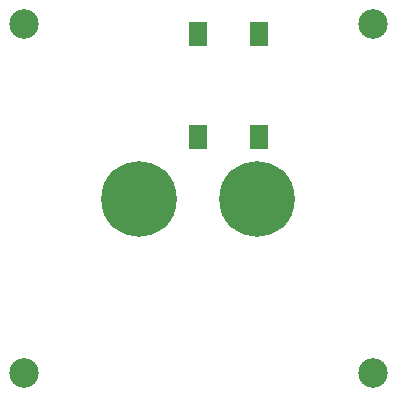
<source format=gbr>
%TF.GenerationSoftware,KiCad,Pcbnew,(5.1.9-0-10_14)*%
%TF.CreationDate,2021-08-05T12:05:48+01:00*%
%TF.ProjectId,gu10-12v-lamp,67753130-2d31-4327-962d-6c616d702e6b,rev?*%
%TF.SameCoordinates,Original*%
%TF.FileFunction,Soldermask,Bot*%
%TF.FilePolarity,Negative*%
%FSLAX46Y46*%
G04 Gerber Fmt 4.6, Leading zero omitted, Abs format (unit mm)*
G04 Created by KiCad (PCBNEW (5.1.9-0-10_14)) date 2021-08-05 12:05:48*
%MOMM*%
%LPD*%
G01*
G04 APERTURE LIST*
%ADD10C,2.500000*%
%ADD11C,0.800000*%
%ADD12C,6.400000*%
%ADD13R,1.500000X2.000000*%
G04 APERTURE END LIST*
D10*
%TO.C,H6*%
X135250000Y-85250000D03*
%TD*%
%TO.C,H5*%
X164750000Y-85250000D03*
%TD*%
%TO.C,H4*%
X135250000Y-114750000D03*
%TD*%
%TO.C,H3*%
X164750000Y-114750000D03*
%TD*%
D11*
%TO.C,H2*%
X156697056Y-98302944D03*
X155000000Y-97600000D03*
X153302944Y-98302944D03*
X152600000Y-100000000D03*
X153302944Y-101697056D03*
X155000000Y-102400000D03*
X156697056Y-101697056D03*
X157400000Y-100000000D03*
D12*
X155000000Y-100000000D03*
%TD*%
D11*
%TO.C,H1*%
X146697056Y-98302944D03*
X145000000Y-97600000D03*
X143302944Y-98302944D03*
X142600000Y-100000000D03*
X143302944Y-101697056D03*
X145000000Y-102400000D03*
X146697056Y-101697056D03*
X147400000Y-100000000D03*
D12*
X145000000Y-100000000D03*
%TD*%
D13*
%TO.C,D1*%
X150000000Y-94770000D03*
X155100000Y-94770000D03*
X155100000Y-86030000D03*
X150000000Y-86030000D03*
%TD*%
M02*

</source>
